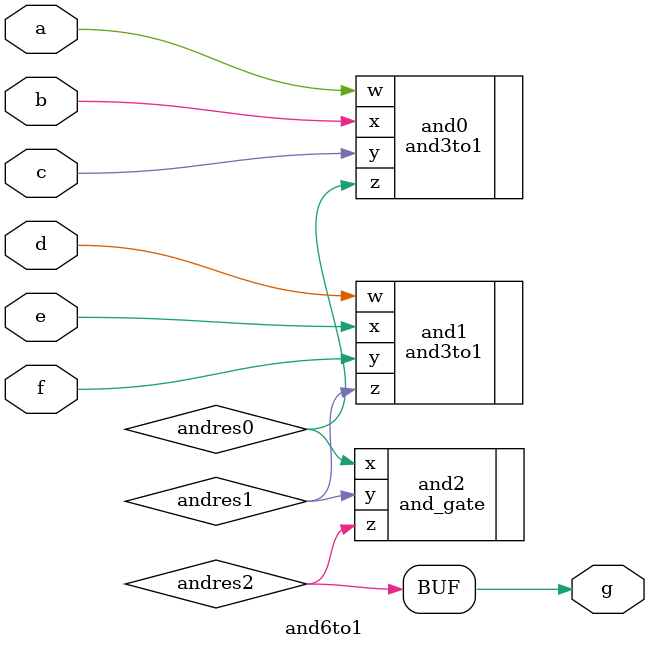
<source format=v>
module and6to1 (a, b, c, d, e, f, g);
    input a, b, c, d, e, f;
    output g;

    wire andres0, andres1, andres2;

    and3to1 and0 (.w(a), .x(b), .y(c), .z(andres0));
    and3to1 and1 (.w(d), .x(e), .y(f), .z(andres1));
    and_gate and2 (.x(andres0), .y(andres1), .z(andres2));

    assign g = andres2;
endmodule
</source>
